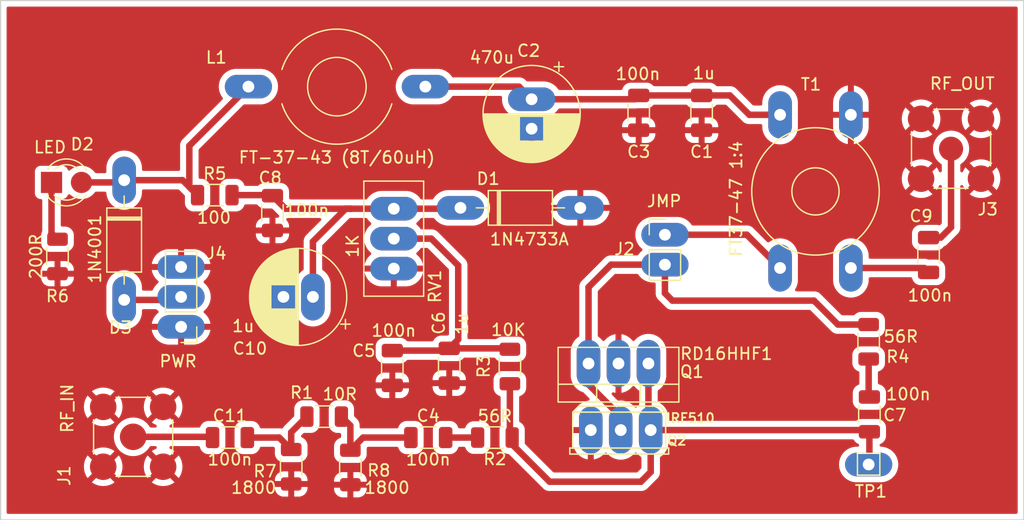
<source format=kicad_pcb>
(kicad_pcb (version 20211014) (generator pcbnew)
  (layers (0 "F.Cu" signal) (31 "B.Cu" signal) (34 "B.Paste" user) (35 "F.Paste" user) (36 "B.SilkS" user "B.Silkscreen") (37 "F.SilkS" user "F.Silkscreen") (38 "B.Mask" user) (39 "F.Mask" user) (44 "Edge.Cuts" user))
  (net 0 "")
  (net 1 "M2_12V")
  (net 2 "GND")
  (net 3 "Net-(C4-Pad1)")
  (net 4 "Net-(C4-Pad2)")
  (net 5 "Net-(C5-Pad1)")
  (net 6 "Net-(C7-Pad1)")
  (net 7 "Net-(C7-Pad2)")
  (net 8 "Net-(C10-Pad1)")
  (net 9 "Net-(C9-Pad1)")
  (net 10 "Net-(C9-Pad2)")
  (net 11 "Net-(D2-Pad1)")
  (net 12 "TX12V")
  (net 13 "Net-(D3-Pad2)")
  (net 14 "Net-(J1-Pad1)")
  (net 15 "Net-(J2-Pad1)")
  (net 16 "Net-(J2-Pad2)")
  (net 17 "Net-(R1-Pad2)")
  (footprint "Capacitor_SMD:C_1206_3216Metric" (layer "F.Cu") (at 94.615 82.169 -90)
    (fp_text reference "C5" (at -1.4605 2.413 180) (layer "F.SilkS"))
    (fp_text value "100n" (at -3.175 -0.127 180) (layer "F.SilkS"))
    (pad "1" smd roundrect (at -1.475 0 270) (size 1.15 1.8) (layers "F.Cu" "F.Paste" "F.Mask") (roundrect_rratio 0.2173913043) (net 5 "Net-(C5-Pad1)"))
    (pad "2" smd roundrect (at 1.475 0 270) (size 1.15 1.8) (layers "F.Cu" "F.Paste" "F.Mask") (roundrect_rratio 0.2173913043) (net 2 "GND"))
  )
  (footprint "Capacitor_SMD:C_1206_3216Metric" (layer "F.Cu") (at 99.441 81.9785 -90)
    (fp_text reference "C6" (at -3.6195 0.889 -90) (layer "F.SilkS"))
    (fp_text value "1u" (at -3.556 -1.0795 -90) (layer "F.SilkS"))
    (pad "1" smd roundrect (at -1.475 0 270) (size 1.15 1.8) (layers "F.Cu" "F.Paste" "F.Mask") (roundrect_rratio 0.2173913043) (net 5 "Net-(C5-Pad1)"))
    (pad "2" smd roundrect (at 1.475 0 270) (size 1.15 1.8) (layers "F.Cu" "F.Paste" "F.Mask") (roundrect_rratio 0.2173913043) (net 2 "GND"))
  )
  (footprint "Capacitor_SMD:C_1206_3216Metric" (layer "F.Cu") (at 135.0645 86.106 -90)
    (fp_text reference "C7" (at 0.0635 -2.159 180) (layer "F.SilkS"))
    (fp_text value "100n" (at -1.7145 -3.302 180) (layer "F.SilkS"))
    (pad "1" smd roundrect (at -1.475 0 270) (size 1.15 1.8) (layers "F.Cu" "F.Paste" "F.Mask") (roundrect_rratio 0.2173913043) (net 6 "Net-(C7-Pad1)"))
    (pad "2" smd roundrect (at 1.475 0 270) (size 1.15 1.8) (layers "F.Cu" "F.Paste" "F.Mask") (roundrect_rratio 0.2173913043) (net 7 "Net-(C7-Pad2)"))
  )
  (footprint "Potentiometer_THT:Potentiometer_Bourns_3296W_Vertical" (layer "F.Cu") (at 94.742 73.7335 -90)
    (fp_text reference "RV1" (at 1.514 -3.4925 -90) (layer "F.SilkS"))
    (fp_text value "1K" (at -1.915 3.4925 -90) (layer "F.SilkS"))
    (pad "1" thru_hole oval (at 0 0 270) (size 2 4) (drill 1) (layers *.Cu *.Mask) (net 2 "GND"))
    (pad "2" thru_hole oval (at -2.54 0 270) (size 2 4) (drill 1) (layers *.Cu *.Mask) (net 5 "Net-(C5-Pad1)"))
    (pad "3" thru_hole oval (at -5.08 0 270) (size 2 4) (drill 1) (layers *.Cu *.Mask) (net 8 "Net-(C10-Pad1)"))
  )
  (footprint "Connector_Pin:Pin_D0.7mm_L6.5mm_W1.8mm_FlatFork" (layer "F.Cu") (at 135.001 90.3605 -90)
    (fp_text reference "TP1" (at 2.286 -0.1905 180) (layer "F.SilkS"))
    (fp_text value "TestPoint" hide)
    (pad "1" thru_hole oval (at 0 0 270) (size 2 4) (drill 1) (layers *.Cu *.Mask) (net 7 "Net-(C7-Pad2)"))
  )
  (footprint "Inductor_THT:L_Toroid_Horizontal_D9.5mm_P15.00mm_Diameter10-5mm_Amidon-T37" (layer "F.Cu") (at 82.416 58.293)
    (fp_text reference "L1" (at -2.7235 -2.4765) (layer "F.SilkS"))
    (fp_text value "FT-37-43 (8T/60uH)" (at 7.5 6.0125) (layer "F.SilkS"))
    (pad "1" thru_hole oval (at 0 0) (size 4 2) (drill 1) (layers *.Cu *.Mask) (net 12 "TX12V"))
    (pad "2" thru_hole oval (at 15 0) (size 4 2) (drill 1) (layers *.Cu *.Mask) (net 1 "M2_12V"))
  )
  (footprint "Capacitor_SMD:C_1206_3216Metric" (layer "F.Cu") (at 80.85 88.0745)
    (fp_text reference "C11" (at 0 -1.85) (layer "F.SilkS"))
    (fp_text value "100n" (at 0 1.85) (layer "F.SilkS"))
    (pad "1" smd roundrect (at -1.475 0) (size 1.15 1.8) (layers "F.Cu" "F.Paste" "F.Mask") (roundrect_rratio 0.2173913043) (net 14 "Net-(J1-Pad1)"))
    (pad "2" smd roundrect (at 1.475 0) (size 1.15 1.8) (layers "F.Cu" "F.Paste" "F.Mask") (roundrect_rratio 0.2173913043) (net 17 "Net-(R1-Pad2)"))
  )
  (footprint "Capacitor_SMD:C_1206_3216Metric" (layer "F.Cu") (at 97.663 88.0745)
    (fp_text reference "C4" (at 0 -1.85) (layer "F.SilkS"))
    (fp_text value "100n" (at 0 1.85) (layer "F.SilkS"))
    (pad "1" smd roundrect (at -1.475 0) (size 1.15 1.8) (layers "F.Cu" "F.Paste" "F.Mask") (roundrect_rratio 0.2173913043) (net 3 "Net-(C4-Pad1)"))
    (pad "2" smd roundrect (at 1.475 0) (size 1.15 1.8) (layers "F.Cu" "F.Paste" "F.Mask") (roundrect_rratio 0.2173913043) (net 4 "Net-(C4-Pad2)"))
  )
  (footprint "Resistor_SMD:R_1206_3216Metric" (layer "F.Cu") (at 88.8365 86.2965 180)
    (fp_text reference "R1" (at 1.905 2.032) (layer "F.SilkS"))
    (fp_text value "10R" (at -1.3335 1.905) (layer "F.SilkS"))
    (pad "1" smd roundrect (at -1.4625 0 180) (size 1.125 1.75) (layers "F.Cu" "F.Paste" "F.Mask") (roundrect_rratio 0.2222222222) (net 3 "Net-(C4-Pad1)"))
    (pad "2" smd roundrect (at 1.4625 0 180) (size 1.125 1.75) (layers "F.Cu" "F.Paste" "F.Mask") (roundrect_rratio 0.2222222222) (net 17 "Net-(R1-Pad2)"))
  )
  (footprint "Connector_Coaxial:SMA_Amphenol_901-144_Vertical" (layer "F.Cu") (at 141.986 63.5635)
    (fp_text reference "J3" (at 3.1115 5.1435) (layer "F.SilkS"))
    (fp_text value "RF_OUT" (at 0.9525 -5.5245) (layer "F.SilkS"))
    (pad "1" smd circle (at 0 0) (size 2.05 2.05) (layers "F.Cu" "F.Paste" "F.Mask") (net 10 "Net-(C9-Pad2)"))
    (pad "2" smd circle (at 2.54 -2.54) (size 2.25 2.25) (layers "F.Cu" "F.Paste" "F.Mask") (net 2 "GND"))
    (pad "2" smd circle (at -2.54 2.54) (size 2.25 2.25) (layers "F.Cu" "F.Paste" "F.Mask") (net 2 "GND"))
    (pad "2" smd circle (at 2.54 2.54) (size 2.25 2.25) (layers "F.Cu" "F.Paste" "F.Mask") (net 2 "GND"))
    (pad "2" smd circle (at -2.54 -2.54) (size 2.25 2.25) (layers "F.Cu" "F.Paste" "F.Mask") (net 2 "GND"))
  )
  (footprint "Diode_THT:D_DO-41_SOD81_P10.16mm_Horizontal" (layer "F.Cu") (at 100.3935 68.58)
    (fp_text reference "D1" (at 2.3495 -2.47) (layer "F.SilkS"))
    (fp_text value "1N4733A" (at 5.842 2.667) (layer "F.SilkS"))
    (pad "1" thru_hole oval (at 0 0) (size 4 2) (drill 1) (layers *.Cu *.Mask) (net 8 "Net-(C10-Pad1)"))
    (pad "2" thru_hole oval (at 10.16 0) (size 4 2) (drill 1) (layers *.Cu *.Mask) (net 2 "GND"))
  )
  (footprint "Custom_RF:TO-220-3" (layer "F.Cu") (at 116.332 81.788 180)
    (fp_text reference "Q1" (at -3.683 -0.6985) (layer "F.SilkS"))
    (fp_text value "RD16HHF1" (at -6.604 0.8255) (layer "F.SilkS"))
    (pad "1" thru_hole oval (at 0 0 180) (size 2 4) (drill 1) (layers *.Cu *.Mask) (net 7 "Net-(C7-Pad2)"))
    (pad "2" thru_hole oval (at 2.54 0 180) (size 2 4) (drill 1) (layers *.Cu *.Mask) (net 2 "GND"))
    (pad "3" thru_hole oval (at 5.08 0 180) (size 2 4) (drill 1) (layers *.Cu *.Mask) (net 16 "Net-(J2-Pad2)"))
  )
  (footprint "Capacitor_SMD:C_1206_3216Metric" (layer "F.Cu") (at 115.5065 60.5155 -90)
    (fp_text reference "C3" (at 3.302 0 180) (layer "F.SilkS"))
    (fp_text value "100n" (at -3.302 0.0635 180) (layer "F.SilkS"))
    (pad "1" smd roundrect (at -1.475 0 270) (size 1.15 1.8) (layers "F.Cu" "F.Paste" "F.Mask") (roundrect_rratio 0.2173913043) (net 1 "M2_12V"))
    (pad "2" smd roundrect (at 1.475 0 270) (size 1.15 1.8) (layers "F.Cu" "F.Paste" "F.Mask") (roundrect_rratio 0.2173913043) (net 2 "GND"))
  )
  (footprint "Diode_THT:D_DO-41_SOD81_P10.16mm_Horizontal" (layer "F.Cu") (at 71.882 66.2305 -90)
    (fp_text reference "D3" (at 12.5095 0.3175 180) (layer "F.SilkS"))
    (fp_text value "1N4001" (at 5.842 2.4765 90) (layer "F.SilkS"))
    (pad "1" thru_hole oval (at 0 0 270) (size 4 2) (drill 1) (layers *.Cu *.Mask) (net 12 "TX12V"))
    (pad "2" thru_hole oval (at 10.16 0 270) (size 4 2) (drill 1) (layers *.Cu *.Mask) (net 13 "Net-(D3-Pad2)"))
  )
  (footprint "Connector_Coaxial:SMA_Amphenol_901-144_Vertical" (layer "F.Cu") (at 72.644 88.011)
    (fp_text reference "J1" (at -5.842 3.302 90) (layer "F.SilkS"))
    (fp_text value "RF_IN" (at -5.588 -2.413 90) (layer "F.SilkS"))
    (pad "1" smd circle (at 0 0) (size 2.25 2.25) (layers "F.Cu" "F.Paste" "F.Mask") (net 14 "Net-(J1-Pad1)"))
    (pad "2" smd circle (at -2.54 2.54) (size 2.25 2.25) (layers "F.Cu" "F.Paste" "F.Mask") (net 2 "GND"))
    (pad "2" smd circle (at 2.54 -2.54) (size 2.25 2.25) (layers "F.Cu" "F.Paste" "F.Mask") (net 2 "GND"))
    (pad "2" smd circle (at 2.54 2.54) (size 2.25 2.25) (layers "F.Cu" "F.Paste" "F.Mask") (net 2 "GND"))
    (pad "2" smd circle (at -2.54 -2.54) (size 2.25 2.25) (layers "F.Cu" "F.Paste" "F.Mask") (net 2 "GND"))
  )
  (footprint "Connector_PinHeader_2.54mm:PinHeader_1x03_P2.54mm_Vertical" (layer "F.Cu") (at 76.708 78.6765 180)
    (fp_text reference "J4" (at -2.9845 6.223) (layer "F.SilkS"))
    (fp_text value "PWR" (at 0.254 -2.921) (layer "F.SilkS"))
    (pad "1" thru_hole oval (at 0 0 180) (size 4 2) (drill 1) (layers *.Cu *.Mask) (net 2 "GND"))
    (pad "2" thru_hole oval (at 0 2.54 180) (size 4 2) (drill 1) (layers *.Cu *.Mask) (net 13 "Net-(D3-Pad2)"))
    (pad "3" thru_hole oval (at 0 5.08 180) (size 4 2) (drill 1) (layers *.Cu *.Mask) (net 2 "GND"))
  )
  (footprint "Resistor_SMD:R_1206_3216Metric" (layer "F.Cu") (at 66.2305 72.7055 -90)
    (fp_text reference "R6" (at 3.3675 0 180) (layer "F.SilkS"))
    (fp_text value "200R" (at 0 1.82 90) (layer "F.SilkS"))
    (pad "1" smd roundrect (at -1.4625 0 270) (size 1.125 1.75) (layers "F.Cu" "F.Paste" "F.Mask") (roundrect_rratio 0.2222222222) (net 11 "Net-(D2-Pad1)"))
    (pad "2" smd roundrect (at 1.4625 0 270) (size 1.125 1.75) (layers "F.Cu" "F.Paste" "F.Mask") (roundrect_rratio 0.2222222222) (net 2 "GND"))
  )
  (footprint "Resistor_SMD:R_1206_3216Metric" (layer "F.Cu") (at 104.5845 82.042 -90)
    (fp_text reference "R3" (at 0 2.2225 90) (layer "F.SilkS"))
    (fp_text value "10K" (at -3.1115 0.127 180) (layer "F.SilkS"))
    (pad "1" smd roundrect (at -1.4625 0 270) (size 1.125 1.75) (layers "F.Cu" "F.Paste" "F.Mask") (roundrect_rratio 0.2222222222) (net 5 "Net-(C5-Pad1)"))
    (pad "2" smd roundrect (at 1.4625 0 270) (size 1.125 1.75) (layers "F.Cu" "F.Paste" "F.Mask") (roundrect_rratio 0.2222222222) (net 7 "Net-(C7-Pad2)"))
  )
  (footprint "SnapEDAFootprints:TO220" (layer "F.Cu") (at 113.9825 87.4395)
    (fp_text reference "Q2" (at 4.7625 0.889) (layer "F.SilkS") (effects (font (size 0.8 0.8))))
    (fp_text value "IRF510" (at 5.9055 -1.016) (layer "F.SilkS") (effects (font (size 0.787402 0.787402))))
    (pad "1" thru_hole oval locked (at -2.54 0) (size 2 4) (drill 1) (layers *.Cu *.Mask) (net 2 "GND"))
    (pad "2" thru_hole oval locked (at 0 0) (size 2 4) (drill 1) (layers *.Cu *.Mask) (net 16 "Net-(J2-Pad2)"))
    (pad "3" thru_hole oval locked (at 2.54 0) (size 2 4) (drill 1) (layers *.Cu *.Mask) (net 7 "Net-(C7-Pad2)"))
  )
  (footprint "Capacitor_SMD:C_1206_3216Metric" (layer "F.Cu") (at 120.8405 60.5155 -90)
    (fp_text reference "C1" (at 3.302 0 180) (layer "F.SilkS"))
    (fp_text value "1u" (at -3.3655 -0.1905 180) (layer "F.SilkS"))
    (pad "1" smd roundrect (at -1.475 0 270) (size 1.15 1.8) (layers "F.Cu" "F.Paste" "F.Mask") (roundrect_rratio 0.2173913043) (net 1 "M2_12V"))
    (pad "2" smd roundrect (at 1.475 0 270) (size 1.15 1.8) (layers "F.Cu" "F.Paste" "F.Mask") (roundrect_rratio 0.2173913043) (net 2 "GND"))
  )
  (footprint "Resistor_SMD:R_1206_3216Metric" (layer "F.Cu") (at 103.3145 88.0745 180)
    (fp_text reference "R2" (at 0 -1.82) (layer "F.SilkS"))
    (fp_text value "56R" (at 0 1.82) (layer "F.SilkS"))
    (pad "1" smd roundrect (at -1.4625 0 180) (size 1.125 1.75) (layers "F.Cu" "F.Paste" "F.Mask") (roundrect_rratio 0.2222222222) (net 7 "Net-(C7-Pad2)"))
    (pad "2" smd roundrect (at 1.4625 0 180) (size 1.125 1.75) (layers "F.Cu" "F.Paste" "F.Mask") (roundrect_rratio 0.2222222222) (net 4 "Net-(C4-Pad2)"))
  )
  (footprint "Resistor_SMD:R_1206_3216Metric" (layer "F.Cu") (at 135.001 79.9465 -90)
    (fp_text reference "R4" (at 1.27 -2.4765 180) (layer "F.SilkS"))
    (fp_text value "56R" (at -0.4445 -2.7305 180) (layer "F.SilkS"))
    (pad "1" smd roundrect (at -1.4625 0 270) (size 1.125 1.75) (layers "F.Cu" "F.Paste" "F.Mask") (roundrect_rratio 0.2222222222) (net 16 "Net-(J2-Pad2)"))
    (pad "2" smd roundrect (at 1.4625 0 270) (size 1.125 1.75) (layers "F.Cu" "F.Paste" "F.Mask") (roundrect_rratio 0.2222222222) (net 6 "Net-(C7-Pad1)"))
  )
  (footprint "Capacitor_SMD:C_1206_3216Metric" (layer "F.Cu") (at 84.455 69.0245 -90)
    (fp_text reference "C8" (at -2.9845 0.1905 180) (layer "F.SilkS"))
    (fp_text value "100n" (at -0.254 -2.921 180) (layer "F.SilkS"))
    (pad "1" smd roundrect (at -1.475 0 270) (size 1.15 1.8) (layers "F.Cu" "F.Paste" "F.Mask") (roundrect_rratio 0.2173913043) (net 8 "Net-(C10-Pad1)"))
    (pad "2" smd roundrect (at 1.475 0 270) (size 1.15 1.8) (layers "F.Cu" "F.Paste" "F.Mask") (roundrect_rratio 0.2173913043) (net 2 "GND"))
  )
  (footprint "Resistor_SMD:R_1206_3216Metric" (layer "F.Cu") (at 79.5655 67.5005)
    (fp_text reference "R5" (at 0 -1.82) (layer "F.SilkS"))
    (fp_text value "100" (at -0.0635 1.905) (layer "F.SilkS"))
    (pad "1" smd roundrect (at -1.4625 0) (size 1.125 1.75) (layers "F.Cu" "F.Paste" "F.Mask") (roundrect_rratio 0.2222222222) (net 12 "TX12V"))
    (pad "2" smd roundrect (at 1.4625 0) (size 1.125 1.75) (layers "F.Cu" "F.Paste" "F.Mask") (roundrect_rratio 0.2222222222) (net 8 "Net-(C10-Pad1)"))
  )
  (footprint "Transformer_THT:Transformer_Toroid_Horizontal_D10.5mm_Amidon-T37" (layer "F.Cu") (at 127.4925 60.683 -90)
    (fp_text reference "T1" (at -2.5805 -2.619 180) (layer "F.SilkS"))
    (fp_text value "FT37-47 1:4" (at 7.135 3.731 90) (layer "F.SilkS"))
    (pad "1" thru_hole oval (at 0 0 270) (size 4 2) (drill 1) (layers *.Cu *.Mask) (net 1 "M2_12V"))
    (pad "2" thru_hole oval (at 13 0 270) (size 4 2) (drill 1) (layers *.Cu *.Mask) (net 15 "Net-(J2-Pad1)"))
    (pad "3" thru_hole oval (at 0 -6 270) (size 4 2) (drill 1) (layers *.Cu *.Mask) (net 2 "GND"))
    (pad "4" thru_hole oval (at 13 -6 270) (size 4 2) (drill 1) (layers *.Cu *.Mask) (net 9 "Net-(C9-Pad1)"))
  )
  (footprint "Resistor_SMD:R_1206_3216Metric" (layer "F.Cu") (at 86.0425 90.551 -90)
    (fp_text reference "R7" (at 0.381 2.2225 180) (layer "F.SilkS"))
    (fp_text value "1800" (at 1.778 3.175 180) (layer "F.SilkS"))
    (pad "1" smd roundrect (at -1.4625 0 270) (size 1.125 1.75) (layers "F.Cu" "F.Paste" "F.Mask") (roundrect_rratio 0.2222222222) (net 17 "Net-(R1-Pad2)"))
    (pad "2" smd roundrect (at 1.4625 0 270) (size 1.125 1.75) (layers "F.Cu" "F.Paste" "F.Mask") (roundrect_rratio 0.2222222222) (net 2 "GND"))
  )
  (footprint "Resistor_SMD:R_1206_3216Metric" (layer "F.Cu") (at 91.059 90.6145 -90)
    (fp_text reference "R8" (at 0.254 -2.413 180) (layer "F.SilkS"))
    (fp_text value "1800" (at 1.7145 -3.1115 180) (layer "F.SilkS"))
    (pad "1" smd roundrect (at -1.4625 0 270) (size 1.125 1.75) (layers "F.Cu" "F.Paste" "F.Mask") (roundrect_rratio 0.2222222222) (net 3 "Net-(C4-Pad1)"))
    (pad "2" smd roundrect (at 1.4625 0 270) (size 1.125 1.75) (layers "F.Cu" "F.Paste" "F.Mask") (roundrect_rratio 0.2222222222) (net 2 "GND"))
  )
  (footprint "Capacitor_THT:CP_Radial_D8.0mm_P2.50mm" (layer "F.Cu") (at 106.426 59.362849 -90)
    (fp_text reference "C2" (at -4.117849 0.254 180) (layer "F.SilkS"))
    (fp_text value "470u" (at -3.546349 3.3655 180) (layer "F.SilkS"))
    (pad "1" thru_hole oval (at 0 0 270) (size 2 4) (drill 1) (layers *.Cu *.Mask) (net 1 "M2_12V"))
    (pad "2" thru_hole oval (at 2.5 0 270) (size 2 4) (drill 1) (layers *.Cu *.Mask) (net 2 "GND"))
  )
  (footprint "Capacitor_SMD:C_1206_3216Metric" (layer "F.Cu") (at 140.081 72.5805 90)
    (fp_text reference "C9" (at 3.302 -0.635 180) (layer "F.SilkS"))
    (fp_text value "100n" (at -3.429 0.127 180) (layer "F.SilkS"))
    (pad "1" smd roundrect (at -1.475 0 90) (size 1.15 1.8) (layers "F.Cu" "F.Paste" "F.Mask") (roundrect_rratio 0.2173913043) (net 9 "Net-(C9-Pad1)"))
    (pad "2" smd roundrect (at 1.475 0 90) (size 1.15 1.8) (layers "F.Cu" "F.Paste" "F.Mask") (roundrect_rratio 0.2173913043) (net 10 "Net-(C9-Pad2)"))
  )
  (footprint "Connector_PinHeader_2.54mm:PinHeader_1x02_P2.54mm_Vertical" (layer "F.Cu") (at 117.729 70.861)
    (fp_text reference "J2" (at -3.429 1.2115 180) (layer "F.SilkS"))
    (fp_text value "JMP" (at -0.0635 -2.8525 180) (layer "F.SilkS"))
    (pad "1" thru_hole oval (at 0 0) (size 4 2) (drill 1) (layers *.Cu *.Mask) (net 15 "Net-(J2-Pad1)"))
    (pad "2" thru_hole oval (at 0 2.54) (size 4 2) (drill 1) (layers *.Cu *.Mask) (net 16 "Net-(J2-Pad2)"))
  )
  (footprint "Capacitor_THT:CP_Radial_D8.0mm_P2.50mm" (layer "F.Cu") (at 87.884 76.1365 180)
    (fp_text reference "C10" (at 5.334 -4.3815) (layer "F.SilkS"))
    (fp_text value "1u" (at 5.9055 -2.4765) (layer "F.SilkS"))
    (pad "1" thru_hole oval (at 0 0 180) (size 2 4) (drill 1) (layers *.Cu *.Mask) (net 8 "Net-(C10-Pad1)"))
    (pad "2" thru_hole oval (at 2.5 0 180) (size 2 4) (drill 1) (layers *.Cu *.Mask) (net 2 "GND"))
  )
  (footprint "LED_THT:LED_D3.0mm" (layer "F.Cu") (at 65.7225 66.421)
    (fp_text reference "D2" (at 2.6035 -3.2385) (layer "F.SilkS"))
    (fp_text value "LED" (at -0.127 -2.9845) (layer "F.SilkS"))
    (pad "1" smd rect (at 0 0) (size 1.8 1.8) (layers "F.Cu" "F.Paste" "F.Mask") (net 11 "Net-(D2-Pad1)"))
    (pad "2" smd circle (at 2.54 0) (size 1.8 1.8) (layers "F.Cu" "F.Paste" "F.Mask") (net 12 "TX12V"))
  )
  (gr_rect (start 61.4045 50.9905) (end 148.1455 95.0595) (layer "Edge.Cuts") (width 0.1) (fill none))
  (segment (start 97.416 58.293) (end 105.356151 58.293) (width 0.55) (layer "F.Cu") (net 1))
  (segment (start 124.8815 60.683) (end 123.239 59.0405) (width 0.55) (layer "F.Cu") (net 1))
  (segment (start 115.184151 59.362849) (end 106.426 59.362849) (width 0.55) (layer "F.Cu") (net 1))
  (segment (start 115.5065 59.0405) (end 115.184151 59.362849) (width 0.55) (layer "F.Cu") (net 1))
  (segment (start 123.239 59.0405) (end 120.8405 59.0405) (width 0.55) (layer "F.Cu") (net 1))
  (segment (start 105.356151 58.293) (end 106.426 59.362849) (width 0.55) (layer "F.Cu") (net 1))
  (segment (start 120.8405 59.0405) (end 115.5065 59.0405) (width 0.55) (layer "F.Cu") (net 1))
  (segment (start 127.4925 60.683) (end 124.8815 60.683) (width 0.55) (layer "F.Cu") (net 1))
  (segment (start 96.188 88.0745) (end 92.1365 88.0745) (width 0.55) (layer "F.Cu") (net 3))
  (segment (start 91.059 89.152) (end 91.059 87.0565) (width 0.55) (layer "F.Cu") (net 3))
  (segment (start 92.1365 88.0745) (end 91.059 89.152) (width 0.55) (layer "F.Cu") (net 3))
  (segment (start 91.059 87.0565) (end 90.299 86.2965) (width 0.55) (layer "F.Cu") (net 3))
  (segment (start 99.138 88.0745) (end 101.852 88.0745) (width 0.55) (layer "F.Cu") (net 4))
  (segment (start 99.2505 80.694) (end 99.441 80.5035) (width 0.55) (layer "F.Cu") (net 5))
  (segment (start 97.927 71.1935) (end 100.203 73.4695) (width 0.55) (layer "F.Cu") (net 5))
  (segment (start 94.742 71.1935) (end 97.927 71.1935) (width 0.55) (layer "F.Cu") (net 5))
  (segment (start 99.441 80.5035) (end 104.5085 80.5035) (width 0.55) (layer "F.Cu") (net 5))
  (segment (start 100.203 73.4695) (end 100.203 79.7415) (width 0.55) (layer "F.Cu") (net 5))
  (segment (start 100.203 79.7415) (end 99.441 80.5035) (width 0.55) (layer "F.Cu") (net 5))
  (segment (start 94.615 80.694) (end 99.2505 80.694) (width 0.55) (layer "F.Cu") (net 5))
  (segment (start 104.5085 80.5035) (end 104.5845 80.5795) (width 0.55) (layer "F.Cu") (net 5))
  (segment (start 135.001 81.409) (end 135.001 84.504) (width 0.55) (layer "F.Cu") (net 6))
  (segment (start 135.001 84.504) (end 135.0645 84.5675) (width 0.55) (layer "F.Cu") (net 6))
  (segment (start 104.777 88.0745) (end 104.777 88.648) (width 0.55) (layer "F.Cu") (net 7))
  (segment (start 104.5845 87.882) (end 104.777 88.0745) (width 0.55) (layer "F.Cu") (net 7))
  (segment (start 134.923 87.4395) (end 116.5225 87.4395) (width 0.55) (layer "F.Cu") (net 7))
  (segment (start 116.332 87.249) (end 116.5225 87.4395) (width 0.55) (layer "F.Cu") (net 7))
  (segment (start 135.0645 87.581) (end 134.923 87.4395) (width 0.55) (layer "F.Cu") (net 7))
  (segment (start 104.777 88.648) (end 107.95 91.821) (width 0.55) (layer "F.Cu") (net 7))
  (segment (start 116.5225 90.9955) (end 116.5225 87.4395) (width 0.55) (layer "F.Cu") (net 7))
  (segment (start 135.0645 90.297) (end 135.001 90.3605) (width 0.55) (layer "F.Cu") (net 7))
  (segment (start 104.5845 83.5045) (end 104.5845 87.882) (width 0.55) (layer "F.Cu") (net 7))
  (segment (start 107.95 91.821) (end 115.697 91.821) (width 0.55) (layer "F.Cu") (net 7))
  (segment (start 115.697 91.821) (end 116.5225 90.9955) (width 0.55) (layer "F.Cu") (net 7))
  (segment (start 116.332 81.788) (end 116.332 87.249) (width 0.55) (layer "F.Cu") (net 7))
  (segment (start 135.0645 87.581) (end 135.0645 90.297) (width 0.55) (layer "F.Cu") (net 7))
  (segment (start 100.32 68.6535) (end 100.3935 68.58) (width 0.55) (layer "F.Cu") (net 8))
  (segment (start 91.1125 68.6535) (end 94.742 68.6535) (width 0.55) (layer "F.Cu") (net 8))
  (segment (start 90.668 68.6535) (end 91.1125 68.6535) (width 0.55) (layer "F.Cu") (net 8))
  (segment (start 84.455 67.5495) (end 85.559 68.6535) (width 0.55) (layer "F.Cu") (net 8))
  (segment (start 94.742 68.6535) (end 100.32 68.6535) (width 0.55) (layer "F.Cu") (net 8))
  (segment (start 81.028 67.5005) (end 84.406 67.5005) (width 0.55) (layer "F.Cu") (net 8))
  (segment (start 87.884 71.4375) (end 90.668 68.6535) (width 0.55) (layer "F.Cu") (net 8))
  (segment (start 84.406 67.5005) (end 84.455 67.5495) (width 0.55) (layer "F.Cu") (net 8))
  (segment (start 87.884 76.1365) (end 87.884 71.4375) (width 0.55) (layer "F.Cu") (net 8))
  (segment (start 85.559 68.6535) (end 91.1125 68.6535) (width 0.55) (layer "F.Cu") (net 8))
  (segment (start 133.4925 73.683) (end 139.7085 73.683) (width 0.55) (layer "F.Cu") (net 9))
  (segment (start 139.7085 73.683) (end 140.081 74.0555) (width 0.55) (layer "F.Cu") (net 9))
  (segment (start 141.986 63.5635) (end 141.986 70.231) (width 0.55) (layer "F.Cu") (net 10))
  (segment (start 141.1115 71.1055) (end 140.081 71.1055) (width 0.55) (layer "F.Cu") (net 10))
  (segment (start 141.986 70.231) (end 141.1115 71.1055) (width 0.55) (layer "F.Cu") (net 10))
  (segment (start 65.7225 70.735) (end 66.2305 71.243) (width 0.55) (layer "F.Cu") (net 11))
  (segment (start 65.7225 66.421) (end 65.7225 70.735) (width 0.55) (layer "F.Cu") (net 11))
  (segment (start 76.833 66.2305) (end 71.882 66.2305) (width 0.55) (layer "F.Cu") (net 12))
  (segment (start 82.416 58.293) (end 82.416 58.3) (width 0.55) (layer "F.Cu") (net 12))
  (segment (start 77.4065 63.3095) (end 77.4065 66.804) (width 0.55) (layer "F.Cu") (net 12))
  (segment (start 78.103 67.5005) (end 77.596 66.9935) (width 0.55) (layer "F.Cu") (net 12))
  (segment (start 77.596 66.9935) (end 76.833 66.2305) (width 0.55) (layer "F.Cu") (net 12))
  (segment (start 82.416 58.3) (end 77.4065 63.3095) (width 0.55) (layer "F.Cu") (net 12))
  (segment (start 68.2625 66.421) (end 71.6915 66.421) (width 0.55) (layer "F.Cu") (net 12))
  (segment (start 77.4065 66.804) (end 77.596 66.9935) (width 0.55) (layer "F.Cu") (net 12))
  (segment (start 71.6915 66.421) (end 71.882 66.2305) (width 0.55) (layer "F.Cu") (net 12))
  (segment (start 76.454 76.3905) (end 76.708 76.1365) (width 0.55) (layer "F.Cu") (net 13))
  (segment (start 71.882 76.3905) (end 76.454 76.3905) (width 0.55) (layer "F.Cu") (net 13))
  (segment (start 72.644 88.011) (end 79.3115 88.011) (width 0.55) (layer "F.Cu") (net 14))
  (segment (start 79.3115 88.011) (end 79.375 88.0745) (width 0.55) (layer "F.Cu") (net 14))
  (segment (start 124.6705 70.861) (end 127.4925 73.683) (width 0.55) (layer "F.Cu") (net 15))
  (segment (start 117.729 70.861) (end 124.6705 70.861) (width 0.55) (layer "F.Cu") (net 15))
  (segment (start 135.001 78.484) (end 132.3955 78.484) (width 0.55) (layer "F.Cu") (net 16))
  (segment (start 111.252 75.311) (end 113.162 73.401) (width 0.55) (layer "F.Cu") (net 16))
  (segment (start 113.9825 87.4395) (end 113.9825 86.2965) (width 0.55) (layer "F.Cu") (net 16))
  (segment (start 111.252 83.566) (end 111.252 81.788) (width 0.55) (layer "F.Cu") (net 16))
  (segment (start 130.3655 76.454) (end 118.364 76.454) (width 0.55) (layer "F.Cu") (net 16))
  (segment (start 113.9825 86.2965) (end 111.252 83.566) (width 0.55) (layer "F.Cu") (net 16))
  (segment (start 132.3955 78.484) (end 130.3655 76.454) (width 0.55) (layer "F.Cu") (net 16))
  (segment (start 118.364 76.454) (end 117.729 75.819) (width 0.55) (layer "F.Cu") (net 16))
  (segment (start 117.729 75.819) (end 117.729 73.401) (width 0.55) (layer "F.Cu") (net 16))
  (segment (start 113.162 73.401) (end 117.729 73.401) (width 0.55) (layer "F.Cu") (net 16))
  (segment (start 111.252 81.788) (end 111.252 75.311) (width 0.55) (layer "F.Cu") (net 16))
  (segment (start 86.0425 89.0885) (end 86.0425 87.628) (width 0.55) (layer "F.Cu") (net 17))
  (segment (start 82.325 88.0745) (end 85.0285 88.0745) (width 0.55) (layer "F.Cu") (net 17))
  (segment (start 85.0285 88.0745) (end 86.0425 89.0885) (width 0.55) (layer "F.Cu") (net 17))
  (segment (start 86.0425 87.628) (end 87.374 86.2965) (width 0.55) (layer "F.Cu") (net 17))
  (zone (net 2) (net_name "GND") (layer "F.Cu") (connect_pads (clearance 0.508)) (min_thickness 0.254) (fill yes (thermal_gap 0.508) (thermal_bridge_width 0.508))
    (polygon (pts (xy 148.1455 95.0595) (xy 61.4045 95.0595) (xy 61.4045 50.9905) (xy 148.1455 50.9905)))
  )
)
</source>
